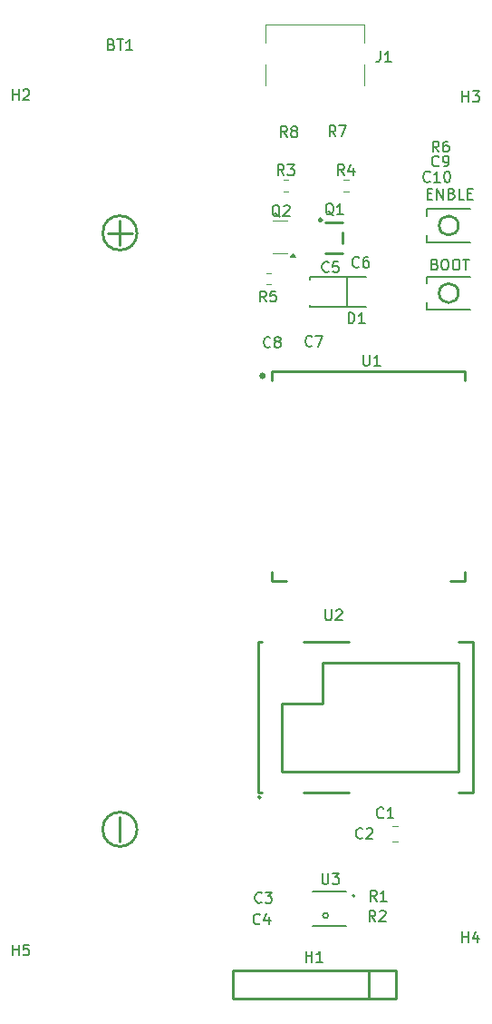
<source format=gbr>
%TF.GenerationSoftware,KiCad,Pcbnew,9.0.0*%
%TF.CreationDate,2025-03-30T15:54:25+03:00*%
%TF.ProjectId,pcb_licenta,7063625f-6c69-4636-956e-74612e6b6963,rev?*%
%TF.SameCoordinates,Original*%
%TF.FileFunction,Legend,Top*%
%TF.FilePolarity,Positive*%
%FSLAX46Y46*%
G04 Gerber Fmt 4.6, Leading zero omitted, Abs format (unit mm)*
G04 Created by KiCad (PCBNEW 9.0.0) date 2025-03-30 15:54:25*
%MOMM*%
%LPD*%
G01*
G04 APERTURE LIST*
%ADD10C,0.150000*%
%ADD11C,0.120000*%
%ADD12C,0.250000*%
%ADD13C,0.200000*%
G04 APERTURE END LIST*
D10*
X113606666Y-42119819D02*
X113606666Y-42834104D01*
X113606666Y-42834104D02*
X113559047Y-42976961D01*
X113559047Y-42976961D02*
X113463809Y-43072200D01*
X113463809Y-43072200D02*
X113320952Y-43119819D01*
X113320952Y-43119819D02*
X113225714Y-43119819D01*
X114606666Y-43119819D02*
X114035238Y-43119819D01*
X114320952Y-43119819D02*
X114320952Y-42119819D01*
X114320952Y-42119819D02*
X114225714Y-42262676D01*
X114225714Y-42262676D02*
X114130476Y-42357914D01*
X114130476Y-42357914D02*
X114035238Y-42405533D01*
X88484285Y-41511009D02*
X88627142Y-41558628D01*
X88627142Y-41558628D02*
X88674761Y-41606247D01*
X88674761Y-41606247D02*
X88722380Y-41701485D01*
X88722380Y-41701485D02*
X88722380Y-41844342D01*
X88722380Y-41844342D02*
X88674761Y-41939580D01*
X88674761Y-41939580D02*
X88627142Y-41987200D01*
X88627142Y-41987200D02*
X88531904Y-42034819D01*
X88531904Y-42034819D02*
X88150952Y-42034819D01*
X88150952Y-42034819D02*
X88150952Y-41034819D01*
X88150952Y-41034819D02*
X88484285Y-41034819D01*
X88484285Y-41034819D02*
X88579523Y-41082438D01*
X88579523Y-41082438D02*
X88627142Y-41130057D01*
X88627142Y-41130057D02*
X88674761Y-41225295D01*
X88674761Y-41225295D02*
X88674761Y-41320533D01*
X88674761Y-41320533D02*
X88627142Y-41415771D01*
X88627142Y-41415771D02*
X88579523Y-41463390D01*
X88579523Y-41463390D02*
X88484285Y-41511009D01*
X88484285Y-41511009D02*
X88150952Y-41511009D01*
X89008095Y-41034819D02*
X89579523Y-41034819D01*
X89293809Y-42034819D02*
X89293809Y-41034819D01*
X90436666Y-42034819D02*
X89865238Y-42034819D01*
X90150952Y-42034819D02*
X90150952Y-41034819D01*
X90150952Y-41034819D02*
X90055714Y-41177676D01*
X90055714Y-41177676D02*
X89960476Y-41272914D01*
X89960476Y-41272914D02*
X89865238Y-41320533D01*
X113893333Y-113569580D02*
X113845714Y-113617200D01*
X113845714Y-113617200D02*
X113702857Y-113664819D01*
X113702857Y-113664819D02*
X113607619Y-113664819D01*
X113607619Y-113664819D02*
X113464762Y-113617200D01*
X113464762Y-113617200D02*
X113369524Y-113521961D01*
X113369524Y-113521961D02*
X113321905Y-113426723D01*
X113321905Y-113426723D02*
X113274286Y-113236247D01*
X113274286Y-113236247D02*
X113274286Y-113093390D01*
X113274286Y-113093390D02*
X113321905Y-112902914D01*
X113321905Y-112902914D02*
X113369524Y-112807676D01*
X113369524Y-112807676D02*
X113464762Y-112712438D01*
X113464762Y-112712438D02*
X113607619Y-112664819D01*
X113607619Y-112664819D02*
X113702857Y-112664819D01*
X113702857Y-112664819D02*
X113845714Y-112712438D01*
X113845714Y-112712438D02*
X113893333Y-112760057D01*
X114845714Y-113664819D02*
X114274286Y-113664819D01*
X114560000Y-113664819D02*
X114560000Y-112664819D01*
X114560000Y-112664819D02*
X114464762Y-112807676D01*
X114464762Y-112807676D02*
X114369524Y-112902914D01*
X114369524Y-112902914D02*
X114274286Y-112950533D01*
X102513333Y-121479580D02*
X102465714Y-121527200D01*
X102465714Y-121527200D02*
X102322857Y-121574819D01*
X102322857Y-121574819D02*
X102227619Y-121574819D01*
X102227619Y-121574819D02*
X102084762Y-121527200D01*
X102084762Y-121527200D02*
X101989524Y-121431961D01*
X101989524Y-121431961D02*
X101941905Y-121336723D01*
X101941905Y-121336723D02*
X101894286Y-121146247D01*
X101894286Y-121146247D02*
X101894286Y-121003390D01*
X101894286Y-121003390D02*
X101941905Y-120812914D01*
X101941905Y-120812914D02*
X101989524Y-120717676D01*
X101989524Y-120717676D02*
X102084762Y-120622438D01*
X102084762Y-120622438D02*
X102227619Y-120574819D01*
X102227619Y-120574819D02*
X102322857Y-120574819D01*
X102322857Y-120574819D02*
X102465714Y-120622438D01*
X102465714Y-120622438D02*
X102513333Y-120670057D01*
X102846667Y-120574819D02*
X103465714Y-120574819D01*
X103465714Y-120574819D02*
X103132381Y-120955771D01*
X103132381Y-120955771D02*
X103275238Y-120955771D01*
X103275238Y-120955771D02*
X103370476Y-121003390D01*
X103370476Y-121003390D02*
X103418095Y-121051009D01*
X103418095Y-121051009D02*
X103465714Y-121146247D01*
X103465714Y-121146247D02*
X103465714Y-121384342D01*
X103465714Y-121384342D02*
X103418095Y-121479580D01*
X103418095Y-121479580D02*
X103370476Y-121527200D01*
X103370476Y-121527200D02*
X103275238Y-121574819D01*
X103275238Y-121574819D02*
X102989524Y-121574819D01*
X102989524Y-121574819D02*
X102894286Y-121527200D01*
X102894286Y-121527200D02*
X102846667Y-121479580D01*
X102363333Y-123479580D02*
X102315714Y-123527200D01*
X102315714Y-123527200D02*
X102172857Y-123574819D01*
X102172857Y-123574819D02*
X102077619Y-123574819D01*
X102077619Y-123574819D02*
X101934762Y-123527200D01*
X101934762Y-123527200D02*
X101839524Y-123431961D01*
X101839524Y-123431961D02*
X101791905Y-123336723D01*
X101791905Y-123336723D02*
X101744286Y-123146247D01*
X101744286Y-123146247D02*
X101744286Y-123003390D01*
X101744286Y-123003390D02*
X101791905Y-122812914D01*
X101791905Y-122812914D02*
X101839524Y-122717676D01*
X101839524Y-122717676D02*
X101934762Y-122622438D01*
X101934762Y-122622438D02*
X102077619Y-122574819D01*
X102077619Y-122574819D02*
X102172857Y-122574819D01*
X102172857Y-122574819D02*
X102315714Y-122622438D01*
X102315714Y-122622438D02*
X102363333Y-122670057D01*
X103220476Y-122908152D02*
X103220476Y-123574819D01*
X102982381Y-122527200D02*
X102744286Y-123241485D01*
X102744286Y-123241485D02*
X103363333Y-123241485D01*
X108783333Y-62664580D02*
X108735714Y-62712200D01*
X108735714Y-62712200D02*
X108592857Y-62759819D01*
X108592857Y-62759819D02*
X108497619Y-62759819D01*
X108497619Y-62759819D02*
X108354762Y-62712200D01*
X108354762Y-62712200D02*
X108259524Y-62616961D01*
X108259524Y-62616961D02*
X108211905Y-62521723D01*
X108211905Y-62521723D02*
X108164286Y-62331247D01*
X108164286Y-62331247D02*
X108164286Y-62188390D01*
X108164286Y-62188390D02*
X108211905Y-61997914D01*
X108211905Y-61997914D02*
X108259524Y-61902676D01*
X108259524Y-61902676D02*
X108354762Y-61807438D01*
X108354762Y-61807438D02*
X108497619Y-61759819D01*
X108497619Y-61759819D02*
X108592857Y-61759819D01*
X108592857Y-61759819D02*
X108735714Y-61807438D01*
X108735714Y-61807438D02*
X108783333Y-61855057D01*
X109688095Y-61759819D02*
X109211905Y-61759819D01*
X109211905Y-61759819D02*
X109164286Y-62236009D01*
X109164286Y-62236009D02*
X109211905Y-62188390D01*
X109211905Y-62188390D02*
X109307143Y-62140771D01*
X109307143Y-62140771D02*
X109545238Y-62140771D01*
X109545238Y-62140771D02*
X109640476Y-62188390D01*
X109640476Y-62188390D02*
X109688095Y-62236009D01*
X109688095Y-62236009D02*
X109735714Y-62331247D01*
X109735714Y-62331247D02*
X109735714Y-62569342D01*
X109735714Y-62569342D02*
X109688095Y-62664580D01*
X109688095Y-62664580D02*
X109640476Y-62712200D01*
X109640476Y-62712200D02*
X109545238Y-62759819D01*
X109545238Y-62759819D02*
X109307143Y-62759819D01*
X109307143Y-62759819D02*
X109211905Y-62712200D01*
X109211905Y-62712200D02*
X109164286Y-62664580D01*
X111603333Y-62209580D02*
X111555714Y-62257200D01*
X111555714Y-62257200D02*
X111412857Y-62304819D01*
X111412857Y-62304819D02*
X111317619Y-62304819D01*
X111317619Y-62304819D02*
X111174762Y-62257200D01*
X111174762Y-62257200D02*
X111079524Y-62161961D01*
X111079524Y-62161961D02*
X111031905Y-62066723D01*
X111031905Y-62066723D02*
X110984286Y-61876247D01*
X110984286Y-61876247D02*
X110984286Y-61733390D01*
X110984286Y-61733390D02*
X111031905Y-61542914D01*
X111031905Y-61542914D02*
X111079524Y-61447676D01*
X111079524Y-61447676D02*
X111174762Y-61352438D01*
X111174762Y-61352438D02*
X111317619Y-61304819D01*
X111317619Y-61304819D02*
X111412857Y-61304819D01*
X111412857Y-61304819D02*
X111555714Y-61352438D01*
X111555714Y-61352438D02*
X111603333Y-61400057D01*
X112460476Y-61304819D02*
X112270000Y-61304819D01*
X112270000Y-61304819D02*
X112174762Y-61352438D01*
X112174762Y-61352438D02*
X112127143Y-61400057D01*
X112127143Y-61400057D02*
X112031905Y-61542914D01*
X112031905Y-61542914D02*
X111984286Y-61733390D01*
X111984286Y-61733390D02*
X111984286Y-62114342D01*
X111984286Y-62114342D02*
X112031905Y-62209580D01*
X112031905Y-62209580D02*
X112079524Y-62257200D01*
X112079524Y-62257200D02*
X112174762Y-62304819D01*
X112174762Y-62304819D02*
X112365238Y-62304819D01*
X112365238Y-62304819D02*
X112460476Y-62257200D01*
X112460476Y-62257200D02*
X112508095Y-62209580D01*
X112508095Y-62209580D02*
X112555714Y-62114342D01*
X112555714Y-62114342D02*
X112555714Y-61876247D01*
X112555714Y-61876247D02*
X112508095Y-61781009D01*
X112508095Y-61781009D02*
X112460476Y-61733390D01*
X112460476Y-61733390D02*
X112365238Y-61685771D01*
X112365238Y-61685771D02*
X112174762Y-61685771D01*
X112174762Y-61685771D02*
X112079524Y-61733390D01*
X112079524Y-61733390D02*
X112031905Y-61781009D01*
X112031905Y-61781009D02*
X111984286Y-61876247D01*
X107223333Y-69579580D02*
X107175714Y-69627200D01*
X107175714Y-69627200D02*
X107032857Y-69674819D01*
X107032857Y-69674819D02*
X106937619Y-69674819D01*
X106937619Y-69674819D02*
X106794762Y-69627200D01*
X106794762Y-69627200D02*
X106699524Y-69531961D01*
X106699524Y-69531961D02*
X106651905Y-69436723D01*
X106651905Y-69436723D02*
X106604286Y-69246247D01*
X106604286Y-69246247D02*
X106604286Y-69103390D01*
X106604286Y-69103390D02*
X106651905Y-68912914D01*
X106651905Y-68912914D02*
X106699524Y-68817676D01*
X106699524Y-68817676D02*
X106794762Y-68722438D01*
X106794762Y-68722438D02*
X106937619Y-68674819D01*
X106937619Y-68674819D02*
X107032857Y-68674819D01*
X107032857Y-68674819D02*
X107175714Y-68722438D01*
X107175714Y-68722438D02*
X107223333Y-68770057D01*
X107556667Y-68674819D02*
X108223333Y-68674819D01*
X108223333Y-68674819D02*
X107794762Y-69674819D01*
X103323333Y-69669580D02*
X103275714Y-69717200D01*
X103275714Y-69717200D02*
X103132857Y-69764819D01*
X103132857Y-69764819D02*
X103037619Y-69764819D01*
X103037619Y-69764819D02*
X102894762Y-69717200D01*
X102894762Y-69717200D02*
X102799524Y-69621961D01*
X102799524Y-69621961D02*
X102751905Y-69526723D01*
X102751905Y-69526723D02*
X102704286Y-69336247D01*
X102704286Y-69336247D02*
X102704286Y-69193390D01*
X102704286Y-69193390D02*
X102751905Y-69002914D01*
X102751905Y-69002914D02*
X102799524Y-68907676D01*
X102799524Y-68907676D02*
X102894762Y-68812438D01*
X102894762Y-68812438D02*
X103037619Y-68764819D01*
X103037619Y-68764819D02*
X103132857Y-68764819D01*
X103132857Y-68764819D02*
X103275714Y-68812438D01*
X103275714Y-68812438D02*
X103323333Y-68860057D01*
X103894762Y-69193390D02*
X103799524Y-69145771D01*
X103799524Y-69145771D02*
X103751905Y-69098152D01*
X103751905Y-69098152D02*
X103704286Y-69002914D01*
X103704286Y-69002914D02*
X103704286Y-68955295D01*
X103704286Y-68955295D02*
X103751905Y-68860057D01*
X103751905Y-68860057D02*
X103799524Y-68812438D01*
X103799524Y-68812438D02*
X103894762Y-68764819D01*
X103894762Y-68764819D02*
X104085238Y-68764819D01*
X104085238Y-68764819D02*
X104180476Y-68812438D01*
X104180476Y-68812438D02*
X104228095Y-68860057D01*
X104228095Y-68860057D02*
X104275714Y-68955295D01*
X104275714Y-68955295D02*
X104275714Y-69002914D01*
X104275714Y-69002914D02*
X104228095Y-69098152D01*
X104228095Y-69098152D02*
X104180476Y-69145771D01*
X104180476Y-69145771D02*
X104085238Y-69193390D01*
X104085238Y-69193390D02*
X103894762Y-69193390D01*
X103894762Y-69193390D02*
X103799524Y-69241009D01*
X103799524Y-69241009D02*
X103751905Y-69288628D01*
X103751905Y-69288628D02*
X103704286Y-69383866D01*
X103704286Y-69383866D02*
X103704286Y-69574342D01*
X103704286Y-69574342D02*
X103751905Y-69669580D01*
X103751905Y-69669580D02*
X103799524Y-69717200D01*
X103799524Y-69717200D02*
X103894762Y-69764819D01*
X103894762Y-69764819D02*
X104085238Y-69764819D01*
X104085238Y-69764819D02*
X104180476Y-69717200D01*
X104180476Y-69717200D02*
X104228095Y-69669580D01*
X104228095Y-69669580D02*
X104275714Y-69574342D01*
X104275714Y-69574342D02*
X104275714Y-69383866D01*
X104275714Y-69383866D02*
X104228095Y-69288628D01*
X104228095Y-69288628D02*
X104180476Y-69241009D01*
X104180476Y-69241009D02*
X104085238Y-69193390D01*
X119053333Y-52789580D02*
X119005714Y-52837200D01*
X119005714Y-52837200D02*
X118862857Y-52884819D01*
X118862857Y-52884819D02*
X118767619Y-52884819D01*
X118767619Y-52884819D02*
X118624762Y-52837200D01*
X118624762Y-52837200D02*
X118529524Y-52741961D01*
X118529524Y-52741961D02*
X118481905Y-52646723D01*
X118481905Y-52646723D02*
X118434286Y-52456247D01*
X118434286Y-52456247D02*
X118434286Y-52313390D01*
X118434286Y-52313390D02*
X118481905Y-52122914D01*
X118481905Y-52122914D02*
X118529524Y-52027676D01*
X118529524Y-52027676D02*
X118624762Y-51932438D01*
X118624762Y-51932438D02*
X118767619Y-51884819D01*
X118767619Y-51884819D02*
X118862857Y-51884819D01*
X118862857Y-51884819D02*
X119005714Y-51932438D01*
X119005714Y-51932438D02*
X119053333Y-51980057D01*
X119529524Y-52884819D02*
X119720000Y-52884819D01*
X119720000Y-52884819D02*
X119815238Y-52837200D01*
X119815238Y-52837200D02*
X119862857Y-52789580D01*
X119862857Y-52789580D02*
X119958095Y-52646723D01*
X119958095Y-52646723D02*
X120005714Y-52456247D01*
X120005714Y-52456247D02*
X120005714Y-52075295D01*
X120005714Y-52075295D02*
X119958095Y-51980057D01*
X119958095Y-51980057D02*
X119910476Y-51932438D01*
X119910476Y-51932438D02*
X119815238Y-51884819D01*
X119815238Y-51884819D02*
X119624762Y-51884819D01*
X119624762Y-51884819D02*
X119529524Y-51932438D01*
X119529524Y-51932438D02*
X119481905Y-51980057D01*
X119481905Y-51980057D02*
X119434286Y-52075295D01*
X119434286Y-52075295D02*
X119434286Y-52313390D01*
X119434286Y-52313390D02*
X119481905Y-52408628D01*
X119481905Y-52408628D02*
X119529524Y-52456247D01*
X119529524Y-52456247D02*
X119624762Y-52503866D01*
X119624762Y-52503866D02*
X119815238Y-52503866D01*
X119815238Y-52503866D02*
X119910476Y-52456247D01*
X119910476Y-52456247D02*
X119958095Y-52408628D01*
X119958095Y-52408628D02*
X120005714Y-52313390D01*
X118247142Y-54249580D02*
X118199523Y-54297200D01*
X118199523Y-54297200D02*
X118056666Y-54344819D01*
X118056666Y-54344819D02*
X117961428Y-54344819D01*
X117961428Y-54344819D02*
X117818571Y-54297200D01*
X117818571Y-54297200D02*
X117723333Y-54201961D01*
X117723333Y-54201961D02*
X117675714Y-54106723D01*
X117675714Y-54106723D02*
X117628095Y-53916247D01*
X117628095Y-53916247D02*
X117628095Y-53773390D01*
X117628095Y-53773390D02*
X117675714Y-53582914D01*
X117675714Y-53582914D02*
X117723333Y-53487676D01*
X117723333Y-53487676D02*
X117818571Y-53392438D01*
X117818571Y-53392438D02*
X117961428Y-53344819D01*
X117961428Y-53344819D02*
X118056666Y-53344819D01*
X118056666Y-53344819D02*
X118199523Y-53392438D01*
X118199523Y-53392438D02*
X118247142Y-53440057D01*
X119199523Y-54344819D02*
X118628095Y-54344819D01*
X118913809Y-54344819D02*
X118913809Y-53344819D01*
X118913809Y-53344819D02*
X118818571Y-53487676D01*
X118818571Y-53487676D02*
X118723333Y-53582914D01*
X118723333Y-53582914D02*
X118628095Y-53630533D01*
X119818571Y-53344819D02*
X119913809Y-53344819D01*
X119913809Y-53344819D02*
X120009047Y-53392438D01*
X120009047Y-53392438D02*
X120056666Y-53440057D01*
X120056666Y-53440057D02*
X120104285Y-53535295D01*
X120104285Y-53535295D02*
X120151904Y-53725771D01*
X120151904Y-53725771D02*
X120151904Y-53963866D01*
X120151904Y-53963866D02*
X120104285Y-54154342D01*
X120104285Y-54154342D02*
X120056666Y-54249580D01*
X120056666Y-54249580D02*
X120009047Y-54297200D01*
X120009047Y-54297200D02*
X119913809Y-54344819D01*
X119913809Y-54344819D02*
X119818571Y-54344819D01*
X119818571Y-54344819D02*
X119723333Y-54297200D01*
X119723333Y-54297200D02*
X119675714Y-54249580D01*
X119675714Y-54249580D02*
X119628095Y-54154342D01*
X119628095Y-54154342D02*
X119580476Y-53963866D01*
X119580476Y-53963866D02*
X119580476Y-53725771D01*
X119580476Y-53725771D02*
X119628095Y-53535295D01*
X119628095Y-53535295D02*
X119675714Y-53440057D01*
X119675714Y-53440057D02*
X119723333Y-53392438D01*
X119723333Y-53392438D02*
X119818571Y-53344819D01*
X79248095Y-46694819D02*
X79248095Y-45694819D01*
X79248095Y-46171009D02*
X79819523Y-46171009D01*
X79819523Y-46694819D02*
X79819523Y-45694819D01*
X80248095Y-45790057D02*
X80295714Y-45742438D01*
X80295714Y-45742438D02*
X80390952Y-45694819D01*
X80390952Y-45694819D02*
X80629047Y-45694819D01*
X80629047Y-45694819D02*
X80724285Y-45742438D01*
X80724285Y-45742438D02*
X80771904Y-45790057D01*
X80771904Y-45790057D02*
X80819523Y-45885295D01*
X80819523Y-45885295D02*
X80819523Y-45980533D01*
X80819523Y-45980533D02*
X80771904Y-46123390D01*
X80771904Y-46123390D02*
X80200476Y-46694819D01*
X80200476Y-46694819D02*
X80819523Y-46694819D01*
X121288095Y-46854819D02*
X121288095Y-45854819D01*
X121288095Y-46331009D02*
X121859523Y-46331009D01*
X121859523Y-46854819D02*
X121859523Y-45854819D01*
X122240476Y-45854819D02*
X122859523Y-45854819D01*
X122859523Y-45854819D02*
X122526190Y-46235771D01*
X122526190Y-46235771D02*
X122669047Y-46235771D01*
X122669047Y-46235771D02*
X122764285Y-46283390D01*
X122764285Y-46283390D02*
X122811904Y-46331009D01*
X122811904Y-46331009D02*
X122859523Y-46426247D01*
X122859523Y-46426247D02*
X122859523Y-46664342D01*
X122859523Y-46664342D02*
X122811904Y-46759580D01*
X122811904Y-46759580D02*
X122764285Y-46807200D01*
X122764285Y-46807200D02*
X122669047Y-46854819D01*
X122669047Y-46854819D02*
X122383333Y-46854819D01*
X122383333Y-46854819D02*
X122288095Y-46807200D01*
X122288095Y-46807200D02*
X122240476Y-46759580D01*
X121238095Y-125254819D02*
X121238095Y-124254819D01*
X121238095Y-124731009D02*
X121809523Y-124731009D01*
X121809523Y-125254819D02*
X121809523Y-124254819D01*
X122714285Y-124588152D02*
X122714285Y-125254819D01*
X122476190Y-124207200D02*
X122238095Y-124921485D01*
X122238095Y-124921485D02*
X122857142Y-124921485D01*
X79238095Y-126454819D02*
X79238095Y-125454819D01*
X79238095Y-125931009D02*
X79809523Y-125931009D01*
X79809523Y-126454819D02*
X79809523Y-125454819D01*
X80761904Y-125454819D02*
X80285714Y-125454819D01*
X80285714Y-125454819D02*
X80238095Y-125931009D01*
X80238095Y-125931009D02*
X80285714Y-125883390D01*
X80285714Y-125883390D02*
X80380952Y-125835771D01*
X80380952Y-125835771D02*
X80619047Y-125835771D01*
X80619047Y-125835771D02*
X80714285Y-125883390D01*
X80714285Y-125883390D02*
X80761904Y-125931009D01*
X80761904Y-125931009D02*
X80809523Y-126026247D01*
X80809523Y-126026247D02*
X80809523Y-126264342D01*
X80809523Y-126264342D02*
X80761904Y-126359580D01*
X80761904Y-126359580D02*
X80714285Y-126407200D01*
X80714285Y-126407200D02*
X80619047Y-126454819D01*
X80619047Y-126454819D02*
X80380952Y-126454819D01*
X80380952Y-126454819D02*
X80285714Y-126407200D01*
X80285714Y-126407200D02*
X80238095Y-126359580D01*
X113253333Y-121404819D02*
X112920000Y-120928628D01*
X112681905Y-121404819D02*
X112681905Y-120404819D01*
X112681905Y-120404819D02*
X113062857Y-120404819D01*
X113062857Y-120404819D02*
X113158095Y-120452438D01*
X113158095Y-120452438D02*
X113205714Y-120500057D01*
X113205714Y-120500057D02*
X113253333Y-120595295D01*
X113253333Y-120595295D02*
X113253333Y-120738152D01*
X113253333Y-120738152D02*
X113205714Y-120833390D01*
X113205714Y-120833390D02*
X113158095Y-120881009D01*
X113158095Y-120881009D02*
X113062857Y-120928628D01*
X113062857Y-120928628D02*
X112681905Y-120928628D01*
X114205714Y-121404819D02*
X113634286Y-121404819D01*
X113920000Y-121404819D02*
X113920000Y-120404819D01*
X113920000Y-120404819D02*
X113824762Y-120547676D01*
X113824762Y-120547676D02*
X113729524Y-120642914D01*
X113729524Y-120642914D02*
X113634286Y-120690533D01*
X113153333Y-123274819D02*
X112820000Y-122798628D01*
X112581905Y-123274819D02*
X112581905Y-122274819D01*
X112581905Y-122274819D02*
X112962857Y-122274819D01*
X112962857Y-122274819D02*
X113058095Y-122322438D01*
X113058095Y-122322438D02*
X113105714Y-122370057D01*
X113105714Y-122370057D02*
X113153333Y-122465295D01*
X113153333Y-122465295D02*
X113153333Y-122608152D01*
X113153333Y-122608152D02*
X113105714Y-122703390D01*
X113105714Y-122703390D02*
X113058095Y-122751009D01*
X113058095Y-122751009D02*
X112962857Y-122798628D01*
X112962857Y-122798628D02*
X112581905Y-122798628D01*
X113534286Y-122370057D02*
X113581905Y-122322438D01*
X113581905Y-122322438D02*
X113677143Y-122274819D01*
X113677143Y-122274819D02*
X113915238Y-122274819D01*
X113915238Y-122274819D02*
X114010476Y-122322438D01*
X114010476Y-122322438D02*
X114058095Y-122370057D01*
X114058095Y-122370057D02*
X114105714Y-122465295D01*
X114105714Y-122465295D02*
X114105714Y-122560533D01*
X114105714Y-122560533D02*
X114058095Y-122703390D01*
X114058095Y-122703390D02*
X113486667Y-123274819D01*
X113486667Y-123274819D02*
X114105714Y-123274819D01*
X119073333Y-51534819D02*
X118740000Y-51058628D01*
X118501905Y-51534819D02*
X118501905Y-50534819D01*
X118501905Y-50534819D02*
X118882857Y-50534819D01*
X118882857Y-50534819D02*
X118978095Y-50582438D01*
X118978095Y-50582438D02*
X119025714Y-50630057D01*
X119025714Y-50630057D02*
X119073333Y-50725295D01*
X119073333Y-50725295D02*
X119073333Y-50868152D01*
X119073333Y-50868152D02*
X119025714Y-50963390D01*
X119025714Y-50963390D02*
X118978095Y-51011009D01*
X118978095Y-51011009D02*
X118882857Y-51058628D01*
X118882857Y-51058628D02*
X118501905Y-51058628D01*
X119930476Y-50534819D02*
X119740000Y-50534819D01*
X119740000Y-50534819D02*
X119644762Y-50582438D01*
X119644762Y-50582438D02*
X119597143Y-50630057D01*
X119597143Y-50630057D02*
X119501905Y-50772914D01*
X119501905Y-50772914D02*
X119454286Y-50963390D01*
X119454286Y-50963390D02*
X119454286Y-51344342D01*
X119454286Y-51344342D02*
X119501905Y-51439580D01*
X119501905Y-51439580D02*
X119549524Y-51487200D01*
X119549524Y-51487200D02*
X119644762Y-51534819D01*
X119644762Y-51534819D02*
X119835238Y-51534819D01*
X119835238Y-51534819D02*
X119930476Y-51487200D01*
X119930476Y-51487200D02*
X119978095Y-51439580D01*
X119978095Y-51439580D02*
X120025714Y-51344342D01*
X120025714Y-51344342D02*
X120025714Y-51106247D01*
X120025714Y-51106247D02*
X119978095Y-51011009D01*
X119978095Y-51011009D02*
X119930476Y-50963390D01*
X119930476Y-50963390D02*
X119835238Y-50915771D01*
X119835238Y-50915771D02*
X119644762Y-50915771D01*
X119644762Y-50915771D02*
X119549524Y-50963390D01*
X119549524Y-50963390D02*
X119501905Y-51011009D01*
X119501905Y-51011009D02*
X119454286Y-51106247D01*
X109433333Y-50079819D02*
X109100000Y-49603628D01*
X108861905Y-50079819D02*
X108861905Y-49079819D01*
X108861905Y-49079819D02*
X109242857Y-49079819D01*
X109242857Y-49079819D02*
X109338095Y-49127438D01*
X109338095Y-49127438D02*
X109385714Y-49175057D01*
X109385714Y-49175057D02*
X109433333Y-49270295D01*
X109433333Y-49270295D02*
X109433333Y-49413152D01*
X109433333Y-49413152D02*
X109385714Y-49508390D01*
X109385714Y-49508390D02*
X109338095Y-49556009D01*
X109338095Y-49556009D02*
X109242857Y-49603628D01*
X109242857Y-49603628D02*
X108861905Y-49603628D01*
X109766667Y-49079819D02*
X110433333Y-49079819D01*
X110433333Y-49079819D02*
X110004762Y-50079819D01*
X104893333Y-50149819D02*
X104560000Y-49673628D01*
X104321905Y-50149819D02*
X104321905Y-49149819D01*
X104321905Y-49149819D02*
X104702857Y-49149819D01*
X104702857Y-49149819D02*
X104798095Y-49197438D01*
X104798095Y-49197438D02*
X104845714Y-49245057D01*
X104845714Y-49245057D02*
X104893333Y-49340295D01*
X104893333Y-49340295D02*
X104893333Y-49483152D01*
X104893333Y-49483152D02*
X104845714Y-49578390D01*
X104845714Y-49578390D02*
X104798095Y-49626009D01*
X104798095Y-49626009D02*
X104702857Y-49673628D01*
X104702857Y-49673628D02*
X104321905Y-49673628D01*
X105464762Y-49578390D02*
X105369524Y-49530771D01*
X105369524Y-49530771D02*
X105321905Y-49483152D01*
X105321905Y-49483152D02*
X105274286Y-49387914D01*
X105274286Y-49387914D02*
X105274286Y-49340295D01*
X105274286Y-49340295D02*
X105321905Y-49245057D01*
X105321905Y-49245057D02*
X105369524Y-49197438D01*
X105369524Y-49197438D02*
X105464762Y-49149819D01*
X105464762Y-49149819D02*
X105655238Y-49149819D01*
X105655238Y-49149819D02*
X105750476Y-49197438D01*
X105750476Y-49197438D02*
X105798095Y-49245057D01*
X105798095Y-49245057D02*
X105845714Y-49340295D01*
X105845714Y-49340295D02*
X105845714Y-49387914D01*
X105845714Y-49387914D02*
X105798095Y-49483152D01*
X105798095Y-49483152D02*
X105750476Y-49530771D01*
X105750476Y-49530771D02*
X105655238Y-49578390D01*
X105655238Y-49578390D02*
X105464762Y-49578390D01*
X105464762Y-49578390D02*
X105369524Y-49626009D01*
X105369524Y-49626009D02*
X105321905Y-49673628D01*
X105321905Y-49673628D02*
X105274286Y-49768866D01*
X105274286Y-49768866D02*
X105274286Y-49959342D01*
X105274286Y-49959342D02*
X105321905Y-50054580D01*
X105321905Y-50054580D02*
X105369524Y-50102200D01*
X105369524Y-50102200D02*
X105464762Y-50149819D01*
X105464762Y-50149819D02*
X105655238Y-50149819D01*
X105655238Y-50149819D02*
X105750476Y-50102200D01*
X105750476Y-50102200D02*
X105798095Y-50054580D01*
X105798095Y-50054580D02*
X105845714Y-49959342D01*
X105845714Y-49959342D02*
X105845714Y-49768866D01*
X105845714Y-49768866D02*
X105798095Y-49673628D01*
X105798095Y-49673628D02*
X105750476Y-49626009D01*
X105750476Y-49626009D02*
X105655238Y-49578390D01*
X118004762Y-55421009D02*
X118338095Y-55421009D01*
X118480952Y-55944819D02*
X118004762Y-55944819D01*
X118004762Y-55944819D02*
X118004762Y-54944819D01*
X118004762Y-54944819D02*
X118480952Y-54944819D01*
X118909524Y-55944819D02*
X118909524Y-54944819D01*
X118909524Y-54944819D02*
X119480952Y-55944819D01*
X119480952Y-55944819D02*
X119480952Y-54944819D01*
X120290476Y-55421009D02*
X120433333Y-55468628D01*
X120433333Y-55468628D02*
X120480952Y-55516247D01*
X120480952Y-55516247D02*
X120528571Y-55611485D01*
X120528571Y-55611485D02*
X120528571Y-55754342D01*
X120528571Y-55754342D02*
X120480952Y-55849580D01*
X120480952Y-55849580D02*
X120433333Y-55897200D01*
X120433333Y-55897200D02*
X120338095Y-55944819D01*
X120338095Y-55944819D02*
X119957143Y-55944819D01*
X119957143Y-55944819D02*
X119957143Y-54944819D01*
X119957143Y-54944819D02*
X120290476Y-54944819D01*
X120290476Y-54944819D02*
X120385714Y-54992438D01*
X120385714Y-54992438D02*
X120433333Y-55040057D01*
X120433333Y-55040057D02*
X120480952Y-55135295D01*
X120480952Y-55135295D02*
X120480952Y-55230533D01*
X120480952Y-55230533D02*
X120433333Y-55325771D01*
X120433333Y-55325771D02*
X120385714Y-55373390D01*
X120385714Y-55373390D02*
X120290476Y-55421009D01*
X120290476Y-55421009D02*
X119957143Y-55421009D01*
X121433333Y-55944819D02*
X120957143Y-55944819D01*
X120957143Y-55944819D02*
X120957143Y-54944819D01*
X121766667Y-55421009D02*
X122100000Y-55421009D01*
X122242857Y-55944819D02*
X121766667Y-55944819D01*
X121766667Y-55944819D02*
X121766667Y-54944819D01*
X121766667Y-54944819D02*
X122242857Y-54944819D01*
X118692857Y-62011009D02*
X118835714Y-62058628D01*
X118835714Y-62058628D02*
X118883333Y-62106247D01*
X118883333Y-62106247D02*
X118930952Y-62201485D01*
X118930952Y-62201485D02*
X118930952Y-62344342D01*
X118930952Y-62344342D02*
X118883333Y-62439580D01*
X118883333Y-62439580D02*
X118835714Y-62487200D01*
X118835714Y-62487200D02*
X118740476Y-62534819D01*
X118740476Y-62534819D02*
X118359524Y-62534819D01*
X118359524Y-62534819D02*
X118359524Y-61534819D01*
X118359524Y-61534819D02*
X118692857Y-61534819D01*
X118692857Y-61534819D02*
X118788095Y-61582438D01*
X118788095Y-61582438D02*
X118835714Y-61630057D01*
X118835714Y-61630057D02*
X118883333Y-61725295D01*
X118883333Y-61725295D02*
X118883333Y-61820533D01*
X118883333Y-61820533D02*
X118835714Y-61915771D01*
X118835714Y-61915771D02*
X118788095Y-61963390D01*
X118788095Y-61963390D02*
X118692857Y-62011009D01*
X118692857Y-62011009D02*
X118359524Y-62011009D01*
X119550000Y-61534819D02*
X119740476Y-61534819D01*
X119740476Y-61534819D02*
X119835714Y-61582438D01*
X119835714Y-61582438D02*
X119930952Y-61677676D01*
X119930952Y-61677676D02*
X119978571Y-61868152D01*
X119978571Y-61868152D02*
X119978571Y-62201485D01*
X119978571Y-62201485D02*
X119930952Y-62391961D01*
X119930952Y-62391961D02*
X119835714Y-62487200D01*
X119835714Y-62487200D02*
X119740476Y-62534819D01*
X119740476Y-62534819D02*
X119550000Y-62534819D01*
X119550000Y-62534819D02*
X119454762Y-62487200D01*
X119454762Y-62487200D02*
X119359524Y-62391961D01*
X119359524Y-62391961D02*
X119311905Y-62201485D01*
X119311905Y-62201485D02*
X119311905Y-61868152D01*
X119311905Y-61868152D02*
X119359524Y-61677676D01*
X119359524Y-61677676D02*
X119454762Y-61582438D01*
X119454762Y-61582438D02*
X119550000Y-61534819D01*
X120597619Y-61534819D02*
X120788095Y-61534819D01*
X120788095Y-61534819D02*
X120883333Y-61582438D01*
X120883333Y-61582438D02*
X120978571Y-61677676D01*
X120978571Y-61677676D02*
X121026190Y-61868152D01*
X121026190Y-61868152D02*
X121026190Y-62201485D01*
X121026190Y-62201485D02*
X120978571Y-62391961D01*
X120978571Y-62391961D02*
X120883333Y-62487200D01*
X120883333Y-62487200D02*
X120788095Y-62534819D01*
X120788095Y-62534819D02*
X120597619Y-62534819D01*
X120597619Y-62534819D02*
X120502381Y-62487200D01*
X120502381Y-62487200D02*
X120407143Y-62391961D01*
X120407143Y-62391961D02*
X120359524Y-62201485D01*
X120359524Y-62201485D02*
X120359524Y-61868152D01*
X120359524Y-61868152D02*
X120407143Y-61677676D01*
X120407143Y-61677676D02*
X120502381Y-61582438D01*
X120502381Y-61582438D02*
X120597619Y-61534819D01*
X121311905Y-61534819D02*
X121883333Y-61534819D01*
X121597619Y-62534819D02*
X121597619Y-61534819D01*
X112018095Y-70464819D02*
X112018095Y-71274342D01*
X112018095Y-71274342D02*
X112065714Y-71369580D01*
X112065714Y-71369580D02*
X112113333Y-71417200D01*
X112113333Y-71417200D02*
X112208571Y-71464819D01*
X112208571Y-71464819D02*
X112399047Y-71464819D01*
X112399047Y-71464819D02*
X112494285Y-71417200D01*
X112494285Y-71417200D02*
X112541904Y-71369580D01*
X112541904Y-71369580D02*
X112589523Y-71274342D01*
X112589523Y-71274342D02*
X112589523Y-70464819D01*
X113589523Y-71464819D02*
X113018095Y-71464819D01*
X113303809Y-71464819D02*
X113303809Y-70464819D01*
X113303809Y-70464819D02*
X113208571Y-70607676D01*
X113208571Y-70607676D02*
X113113333Y-70702914D01*
X113113333Y-70702914D02*
X113018095Y-70750533D01*
X110233333Y-53704819D02*
X109900000Y-53228628D01*
X109661905Y-53704819D02*
X109661905Y-52704819D01*
X109661905Y-52704819D02*
X110042857Y-52704819D01*
X110042857Y-52704819D02*
X110138095Y-52752438D01*
X110138095Y-52752438D02*
X110185714Y-52800057D01*
X110185714Y-52800057D02*
X110233333Y-52895295D01*
X110233333Y-52895295D02*
X110233333Y-53038152D01*
X110233333Y-53038152D02*
X110185714Y-53133390D01*
X110185714Y-53133390D02*
X110138095Y-53181009D01*
X110138095Y-53181009D02*
X110042857Y-53228628D01*
X110042857Y-53228628D02*
X109661905Y-53228628D01*
X111090476Y-53038152D02*
X111090476Y-53704819D01*
X110852381Y-52657200D02*
X110614286Y-53371485D01*
X110614286Y-53371485D02*
X111233333Y-53371485D01*
X102943333Y-65504819D02*
X102610000Y-65028628D01*
X102371905Y-65504819D02*
X102371905Y-64504819D01*
X102371905Y-64504819D02*
X102752857Y-64504819D01*
X102752857Y-64504819D02*
X102848095Y-64552438D01*
X102848095Y-64552438D02*
X102895714Y-64600057D01*
X102895714Y-64600057D02*
X102943333Y-64695295D01*
X102943333Y-64695295D02*
X102943333Y-64838152D01*
X102943333Y-64838152D02*
X102895714Y-64933390D01*
X102895714Y-64933390D02*
X102848095Y-64981009D01*
X102848095Y-64981009D02*
X102752857Y-65028628D01*
X102752857Y-65028628D02*
X102371905Y-65028628D01*
X103848095Y-64504819D02*
X103371905Y-64504819D01*
X103371905Y-64504819D02*
X103324286Y-64981009D01*
X103324286Y-64981009D02*
X103371905Y-64933390D01*
X103371905Y-64933390D02*
X103467143Y-64885771D01*
X103467143Y-64885771D02*
X103705238Y-64885771D01*
X103705238Y-64885771D02*
X103800476Y-64933390D01*
X103800476Y-64933390D02*
X103848095Y-64981009D01*
X103848095Y-64981009D02*
X103895714Y-65076247D01*
X103895714Y-65076247D02*
X103895714Y-65314342D01*
X103895714Y-65314342D02*
X103848095Y-65409580D01*
X103848095Y-65409580D02*
X103800476Y-65457200D01*
X103800476Y-65457200D02*
X103705238Y-65504819D01*
X103705238Y-65504819D02*
X103467143Y-65504819D01*
X103467143Y-65504819D02*
X103371905Y-65457200D01*
X103371905Y-65457200D02*
X103324286Y-65409580D01*
X109234761Y-57440057D02*
X109139523Y-57392438D01*
X109139523Y-57392438D02*
X109044285Y-57297200D01*
X109044285Y-57297200D02*
X108901428Y-57154342D01*
X108901428Y-57154342D02*
X108806190Y-57106723D01*
X108806190Y-57106723D02*
X108710952Y-57106723D01*
X108758571Y-57344819D02*
X108663333Y-57297200D01*
X108663333Y-57297200D02*
X108568095Y-57201961D01*
X108568095Y-57201961D02*
X108520476Y-57011485D01*
X108520476Y-57011485D02*
X108520476Y-56678152D01*
X108520476Y-56678152D02*
X108568095Y-56487676D01*
X108568095Y-56487676D02*
X108663333Y-56392438D01*
X108663333Y-56392438D02*
X108758571Y-56344819D01*
X108758571Y-56344819D02*
X108949047Y-56344819D01*
X108949047Y-56344819D02*
X109044285Y-56392438D01*
X109044285Y-56392438D02*
X109139523Y-56487676D01*
X109139523Y-56487676D02*
X109187142Y-56678152D01*
X109187142Y-56678152D02*
X109187142Y-57011485D01*
X109187142Y-57011485D02*
X109139523Y-57201961D01*
X109139523Y-57201961D02*
X109044285Y-57297200D01*
X109044285Y-57297200D02*
X108949047Y-57344819D01*
X108949047Y-57344819D02*
X108758571Y-57344819D01*
X110139523Y-57344819D02*
X109568095Y-57344819D01*
X109853809Y-57344819D02*
X109853809Y-56344819D01*
X109853809Y-56344819D02*
X109758571Y-56487676D01*
X109758571Y-56487676D02*
X109663333Y-56582914D01*
X109663333Y-56582914D02*
X109568095Y-56630533D01*
X110631905Y-67509819D02*
X110631905Y-66509819D01*
X110631905Y-66509819D02*
X110870000Y-66509819D01*
X110870000Y-66509819D02*
X111012857Y-66557438D01*
X111012857Y-66557438D02*
X111108095Y-66652676D01*
X111108095Y-66652676D02*
X111155714Y-66747914D01*
X111155714Y-66747914D02*
X111203333Y-66938390D01*
X111203333Y-66938390D02*
X111203333Y-67081247D01*
X111203333Y-67081247D02*
X111155714Y-67271723D01*
X111155714Y-67271723D02*
X111108095Y-67366961D01*
X111108095Y-67366961D02*
X111012857Y-67462200D01*
X111012857Y-67462200D02*
X110870000Y-67509819D01*
X110870000Y-67509819D02*
X110631905Y-67509819D01*
X112155714Y-67509819D02*
X111584286Y-67509819D01*
X111870000Y-67509819D02*
X111870000Y-66509819D01*
X111870000Y-66509819D02*
X111774762Y-66652676D01*
X111774762Y-66652676D02*
X111679524Y-66747914D01*
X111679524Y-66747914D02*
X111584286Y-66795533D01*
X104234761Y-57585057D02*
X104139523Y-57537438D01*
X104139523Y-57537438D02*
X104044285Y-57442200D01*
X104044285Y-57442200D02*
X103901428Y-57299342D01*
X103901428Y-57299342D02*
X103806190Y-57251723D01*
X103806190Y-57251723D02*
X103710952Y-57251723D01*
X103758571Y-57489819D02*
X103663333Y-57442200D01*
X103663333Y-57442200D02*
X103568095Y-57346961D01*
X103568095Y-57346961D02*
X103520476Y-57156485D01*
X103520476Y-57156485D02*
X103520476Y-56823152D01*
X103520476Y-56823152D02*
X103568095Y-56632676D01*
X103568095Y-56632676D02*
X103663333Y-56537438D01*
X103663333Y-56537438D02*
X103758571Y-56489819D01*
X103758571Y-56489819D02*
X103949047Y-56489819D01*
X103949047Y-56489819D02*
X104044285Y-56537438D01*
X104044285Y-56537438D02*
X104139523Y-56632676D01*
X104139523Y-56632676D02*
X104187142Y-56823152D01*
X104187142Y-56823152D02*
X104187142Y-57156485D01*
X104187142Y-57156485D02*
X104139523Y-57346961D01*
X104139523Y-57346961D02*
X104044285Y-57442200D01*
X104044285Y-57442200D02*
X103949047Y-57489819D01*
X103949047Y-57489819D02*
X103758571Y-57489819D01*
X104568095Y-56585057D02*
X104615714Y-56537438D01*
X104615714Y-56537438D02*
X104710952Y-56489819D01*
X104710952Y-56489819D02*
X104949047Y-56489819D01*
X104949047Y-56489819D02*
X105044285Y-56537438D01*
X105044285Y-56537438D02*
X105091904Y-56585057D01*
X105091904Y-56585057D02*
X105139523Y-56680295D01*
X105139523Y-56680295D02*
X105139523Y-56775533D01*
X105139523Y-56775533D02*
X105091904Y-56918390D01*
X105091904Y-56918390D02*
X104520476Y-57489819D01*
X104520476Y-57489819D02*
X105139523Y-57489819D01*
X108168095Y-118794819D02*
X108168095Y-119604342D01*
X108168095Y-119604342D02*
X108215714Y-119699580D01*
X108215714Y-119699580D02*
X108263333Y-119747200D01*
X108263333Y-119747200D02*
X108358571Y-119794819D01*
X108358571Y-119794819D02*
X108549047Y-119794819D01*
X108549047Y-119794819D02*
X108644285Y-119747200D01*
X108644285Y-119747200D02*
X108691904Y-119699580D01*
X108691904Y-119699580D02*
X108739523Y-119604342D01*
X108739523Y-119604342D02*
X108739523Y-118794819D01*
X109120476Y-118794819D02*
X109739523Y-118794819D01*
X109739523Y-118794819D02*
X109406190Y-119175771D01*
X109406190Y-119175771D02*
X109549047Y-119175771D01*
X109549047Y-119175771D02*
X109644285Y-119223390D01*
X109644285Y-119223390D02*
X109691904Y-119271009D01*
X109691904Y-119271009D02*
X109739523Y-119366247D01*
X109739523Y-119366247D02*
X109739523Y-119604342D01*
X109739523Y-119604342D02*
X109691904Y-119699580D01*
X109691904Y-119699580D02*
X109644285Y-119747200D01*
X109644285Y-119747200D02*
X109549047Y-119794819D01*
X109549047Y-119794819D02*
X109263333Y-119794819D01*
X109263333Y-119794819D02*
X109168095Y-119747200D01*
X109168095Y-119747200D02*
X109120476Y-119699580D01*
X106653095Y-127064819D02*
X106653095Y-126064819D01*
X106653095Y-126541009D02*
X107224523Y-126541009D01*
X107224523Y-127064819D02*
X107224523Y-126064819D01*
X108224523Y-127064819D02*
X107653095Y-127064819D01*
X107938809Y-127064819D02*
X107938809Y-126064819D01*
X107938809Y-126064819D02*
X107843571Y-126207676D01*
X107843571Y-126207676D02*
X107748333Y-126302914D01*
X107748333Y-126302914D02*
X107653095Y-126350533D01*
X104608333Y-53704819D02*
X104275000Y-53228628D01*
X104036905Y-53704819D02*
X104036905Y-52704819D01*
X104036905Y-52704819D02*
X104417857Y-52704819D01*
X104417857Y-52704819D02*
X104513095Y-52752438D01*
X104513095Y-52752438D02*
X104560714Y-52800057D01*
X104560714Y-52800057D02*
X104608333Y-52895295D01*
X104608333Y-52895295D02*
X104608333Y-53038152D01*
X104608333Y-53038152D02*
X104560714Y-53133390D01*
X104560714Y-53133390D02*
X104513095Y-53181009D01*
X104513095Y-53181009D02*
X104417857Y-53228628D01*
X104417857Y-53228628D02*
X104036905Y-53228628D01*
X104941667Y-52704819D02*
X105560714Y-52704819D01*
X105560714Y-52704819D02*
X105227381Y-53085771D01*
X105227381Y-53085771D02*
X105370238Y-53085771D01*
X105370238Y-53085771D02*
X105465476Y-53133390D01*
X105465476Y-53133390D02*
X105513095Y-53181009D01*
X105513095Y-53181009D02*
X105560714Y-53276247D01*
X105560714Y-53276247D02*
X105560714Y-53514342D01*
X105560714Y-53514342D02*
X105513095Y-53609580D01*
X105513095Y-53609580D02*
X105465476Y-53657200D01*
X105465476Y-53657200D02*
X105370238Y-53704819D01*
X105370238Y-53704819D02*
X105084524Y-53704819D01*
X105084524Y-53704819D02*
X104989286Y-53657200D01*
X104989286Y-53657200D02*
X104941667Y-53609580D01*
X108478095Y-94204819D02*
X108478095Y-95014342D01*
X108478095Y-95014342D02*
X108525714Y-95109580D01*
X108525714Y-95109580D02*
X108573333Y-95157200D01*
X108573333Y-95157200D02*
X108668571Y-95204819D01*
X108668571Y-95204819D02*
X108859047Y-95204819D01*
X108859047Y-95204819D02*
X108954285Y-95157200D01*
X108954285Y-95157200D02*
X109001904Y-95109580D01*
X109001904Y-95109580D02*
X109049523Y-95014342D01*
X109049523Y-95014342D02*
X109049523Y-94204819D01*
X109478095Y-94300057D02*
X109525714Y-94252438D01*
X109525714Y-94252438D02*
X109620952Y-94204819D01*
X109620952Y-94204819D02*
X109859047Y-94204819D01*
X109859047Y-94204819D02*
X109954285Y-94252438D01*
X109954285Y-94252438D02*
X110001904Y-94300057D01*
X110001904Y-94300057D02*
X110049523Y-94395295D01*
X110049523Y-94395295D02*
X110049523Y-94490533D01*
X110049523Y-94490533D02*
X110001904Y-94633390D01*
X110001904Y-94633390D02*
X109430476Y-95204819D01*
X109430476Y-95204819D02*
X110049523Y-95204819D01*
X111943333Y-115489580D02*
X111895714Y-115537200D01*
X111895714Y-115537200D02*
X111752857Y-115584819D01*
X111752857Y-115584819D02*
X111657619Y-115584819D01*
X111657619Y-115584819D02*
X111514762Y-115537200D01*
X111514762Y-115537200D02*
X111419524Y-115441961D01*
X111419524Y-115441961D02*
X111371905Y-115346723D01*
X111371905Y-115346723D02*
X111324286Y-115156247D01*
X111324286Y-115156247D02*
X111324286Y-115013390D01*
X111324286Y-115013390D02*
X111371905Y-114822914D01*
X111371905Y-114822914D02*
X111419524Y-114727676D01*
X111419524Y-114727676D02*
X111514762Y-114632438D01*
X111514762Y-114632438D02*
X111657619Y-114584819D01*
X111657619Y-114584819D02*
X111752857Y-114584819D01*
X111752857Y-114584819D02*
X111895714Y-114632438D01*
X111895714Y-114632438D02*
X111943333Y-114680057D01*
X112324286Y-114680057D02*
X112371905Y-114632438D01*
X112371905Y-114632438D02*
X112467143Y-114584819D01*
X112467143Y-114584819D02*
X112705238Y-114584819D01*
X112705238Y-114584819D02*
X112800476Y-114632438D01*
X112800476Y-114632438D02*
X112848095Y-114680057D01*
X112848095Y-114680057D02*
X112895714Y-114775295D01*
X112895714Y-114775295D02*
X112895714Y-114870533D01*
X112895714Y-114870533D02*
X112848095Y-115013390D01*
X112848095Y-115013390D02*
X112276667Y-115584819D01*
X112276667Y-115584819D02*
X112895714Y-115584819D01*
D11*
%TO.C,J1*%
X112070000Y-45285000D02*
X112070000Y-43365000D01*
X112070000Y-39650000D02*
X112070000Y-41355000D01*
X102910000Y-43365000D02*
X102910000Y-45285000D01*
X102910000Y-41355000D02*
X102910000Y-39650000D01*
X102910000Y-39650000D02*
X112070000Y-39650000D01*
D12*
%TO.C,BT1*%
X89270000Y-57930000D02*
X89270000Y-60220000D01*
X89270000Y-113560000D02*
X89270000Y-115840000D01*
X90420000Y-59080000D02*
X88130000Y-59080000D01*
X90870000Y-59080000D02*
G75*
G02*
X87670000Y-59080000I-1600000J0D01*
G01*
X87670000Y-59080000D02*
G75*
G02*
X90870000Y-59080000I1600000J0D01*
G01*
X90870000Y-114700000D02*
G75*
G02*
X87670000Y-114700000I-1600000J0D01*
G01*
X87670000Y-114700000D02*
G75*
G02*
X90870000Y-114700000I1600000J0D01*
G01*
D10*
%TO.C,ENBLE*%
X117970000Y-56850000D02*
X117970000Y-57510000D01*
X117970000Y-59930000D02*
X117970000Y-59270000D01*
X122030000Y-56850000D02*
X117970000Y-56850000D01*
X122030000Y-59930000D02*
X117970000Y-59930000D01*
D12*
X120900000Y-58390000D02*
G75*
G02*
X119100000Y-58390000I-900000J0D01*
G01*
X119100000Y-58390000D02*
G75*
G02*
X120900000Y-58390000I900000J0D01*
G01*
D10*
%TO.C,BOOT*%
X117970000Y-63150000D02*
X117970000Y-63810000D01*
X117970000Y-66230000D02*
X117970000Y-65570000D01*
X122030000Y-63150000D02*
X117970000Y-63150000D01*
X122030000Y-66230000D02*
X117970000Y-66230000D01*
D12*
X120900000Y-64690000D02*
G75*
G02*
X119100000Y-64690000I-900000J0D01*
G01*
X119100000Y-64690000D02*
G75*
G02*
X120900000Y-64690000I900000J0D01*
G01*
%TO.C,U1*%
X102780000Y-72410000D02*
G75*
G02*
X102420000Y-72410000I-180000J0D01*
G01*
X102420000Y-72410000D02*
G75*
G02*
X102780000Y-72410000I180000J0D01*
G01*
X121480000Y-91510000D02*
X121480000Y-90660000D01*
X121480000Y-72790000D02*
X121480000Y-72010000D01*
X120130000Y-91510000D02*
X121480000Y-91510000D01*
X103460000Y-91510000D02*
X104790000Y-91510000D01*
X103460000Y-90660000D02*
X103460000Y-91510000D01*
X103460000Y-72010000D02*
X121480000Y-72010000D01*
X103460000Y-72010000D02*
X103460000Y-72790000D01*
D11*
%TO.C,R4*%
X110162742Y-55202500D02*
X110637258Y-55202500D01*
X110162742Y-54157500D02*
X110637258Y-54157500D01*
%TO.C,R5*%
X102937742Y-62847500D02*
X103412258Y-62847500D01*
X102937742Y-63892500D02*
X103412258Y-63892500D01*
D12*
%TO.C,Q1*%
X108480000Y-58080000D02*
X108480000Y-58110000D01*
X108480000Y-58080000D02*
X110090000Y-58080000D01*
X108480000Y-60960000D02*
X108480000Y-60980000D01*
X108480000Y-60980000D02*
X110090000Y-60980000D01*
X110090000Y-58110000D02*
X110090000Y-58080000D01*
X110090000Y-60010000D02*
X110090000Y-59060000D01*
X110090000Y-60980000D02*
X110090000Y-60960000D01*
X108140000Y-57880000D02*
G75*
G02*
X107880000Y-57880000I-130000J0D01*
G01*
X107880000Y-57880000D02*
G75*
G02*
X108140000Y-57880000I130000J0D01*
G01*
D10*
%TO.C,D1*%
X107040000Y-66005000D02*
X107040000Y-65765000D01*
X107050000Y-63395000D02*
X107040000Y-63165000D01*
X110520000Y-66005000D02*
X110520000Y-63145000D01*
X112240000Y-63145000D02*
X107040000Y-63145000D01*
X112240000Y-66005000D02*
X107040000Y-66005000D01*
D11*
%TO.C,Q2*%
X104242500Y-57890000D02*
X103592500Y-57890000D01*
X104242500Y-57890000D02*
X104892500Y-57890000D01*
X104242500Y-61010000D02*
X103592500Y-61010000D01*
X104242500Y-61010000D02*
X104892500Y-61010000D01*
X105645000Y-61290000D02*
X105165000Y-61290000D01*
X105405000Y-60960000D01*
X105645000Y-61290000D01*
G36*
X105645000Y-61290000D02*
G01*
X105165000Y-61290000D01*
X105405000Y-60960000D01*
X105645000Y-61290000D01*
G37*
D10*
%TO.C,U3*%
X107290000Y-120540000D02*
X110450000Y-120540000D01*
X107290000Y-123690000D02*
X110450000Y-123690000D01*
X108740000Y-122740000D02*
G75*
G02*
X108240000Y-122740000I-250000J0D01*
G01*
X108240000Y-122740000D02*
G75*
G02*
X108740000Y-122740000I250000J0D01*
G01*
D13*
X111200000Y-120910000D02*
G75*
G02*
X111000000Y-120910000I-100000J0D01*
G01*
X111000000Y-120910000D02*
G75*
G02*
X111200000Y-120910000I100000J0D01*
G01*
D12*
%TO.C,H1*%
X115040000Y-130460000D02*
X99790000Y-130460000D01*
X115040000Y-127860000D02*
X115040000Y-130460000D01*
X112500000Y-130430000D02*
X112500000Y-127890000D01*
X99790000Y-130460000D02*
X99790000Y-127860000D01*
X99790000Y-127860000D02*
X115040000Y-127860000D01*
D11*
%TO.C,R3*%
X104537742Y-54157500D02*
X105012258Y-54157500D01*
X104537742Y-55202500D02*
X105012258Y-55202500D01*
D12*
%TO.C,U2*%
X102240000Y-97250000D02*
X102240000Y-111240000D01*
X102560000Y-97250000D02*
X102240000Y-97250000D01*
X102560000Y-111250000D02*
X102240000Y-111250000D01*
X104360000Y-102980000D02*
X108180000Y-102980000D01*
X104360000Y-109330000D02*
X104360000Y-102980000D01*
X108180000Y-99170000D02*
X120870000Y-99170000D01*
X108180000Y-102980000D02*
X108180000Y-99170000D01*
X110670000Y-97250000D02*
X106460000Y-97250000D01*
X110670000Y-111250000D02*
X106460000Y-111250000D01*
X120870000Y-99170000D02*
X120870000Y-109330000D01*
X120870000Y-109330000D02*
X104360000Y-109330000D01*
X122240000Y-97250000D02*
X120920000Y-97250000D01*
X122240000Y-97250000D02*
X122240000Y-111250000D01*
X122240000Y-111250000D02*
X120920000Y-111250000D01*
X102390000Y-111710000D02*
G75*
G02*
X102230000Y-111710000I-80000J0D01*
G01*
X102230000Y-111710000D02*
G75*
G02*
X102390000Y-111710000I80000J0D01*
G01*
D11*
%TO.C,C2*%
X115241252Y-114365000D02*
X114718748Y-114365000D01*
X115241252Y-115835000D02*
X114718748Y-115835000D01*
%TD*%
M02*

</source>
